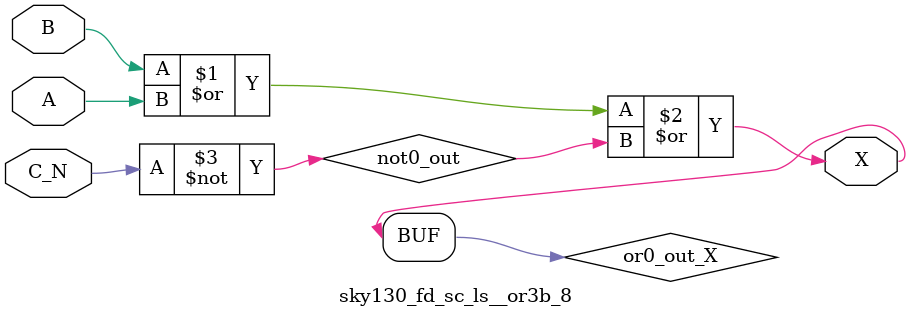
<source format=v>
module sky130_fd_sc_ls__or3b_8 (
    X  ,
    A  ,
    B  ,
    C_N
);
    output X  ;
    input  A  ;
    input  B  ;
    input  C_N;
    wire not0_out ;
    wire or0_out_X;
    not not0 (not0_out , C_N            );
    or  or0  (or0_out_X, B, A, not0_out );
    buf buf0 (X        , or0_out_X      );
endmodule
</source>
